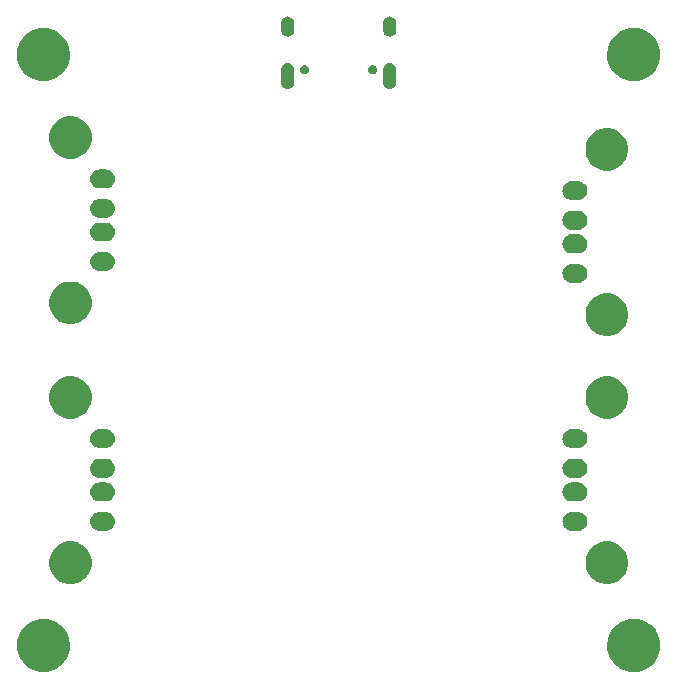
<source format=gbs>
G04 #@! TF.GenerationSoftware,KiCad,Pcbnew,(5.0.2)-1*
G04 #@! TF.CreationDate,2019-03-25T02:21:11-07:00*
G04 #@! TF.ProjectId,Orion,4f72696f-6e2e-46b6-9963-61645f706362,rev?*
G04 #@! TF.SameCoordinates,Original*
G04 #@! TF.FileFunction,Soldermask,Bot*
G04 #@! TF.FilePolarity,Negative*
%FSLAX46Y46*%
G04 Gerber Fmt 4.6, Leading zero omitted, Abs format (unit mm)*
G04 Created by KiCad (PCBNEW (5.0.2)-1) date 3/25/2019 2:21:11 AM*
%MOMM*%
%LPD*%
G01*
G04 APERTURE LIST*
%ADD10C,0.100000*%
G04 APERTURE END LIST*
D10*
G36*
X105308445Y-92766254D02*
X105656593Y-92835504D01*
X106066249Y-93005189D01*
X106434929Y-93251534D01*
X106748466Y-93565071D01*
X106994811Y-93933751D01*
X107164496Y-94343407D01*
X107215336Y-94599000D01*
X107251000Y-94778294D01*
X107251000Y-95221706D01*
X107233746Y-95308445D01*
X107164496Y-95656593D01*
X106994811Y-96066249D01*
X106748466Y-96434929D01*
X106434929Y-96748466D01*
X106066249Y-96994811D01*
X105656593Y-97164496D01*
X105308445Y-97233746D01*
X105221706Y-97251000D01*
X104778294Y-97251000D01*
X104691555Y-97233746D01*
X104343407Y-97164496D01*
X103933751Y-96994811D01*
X103565071Y-96748466D01*
X103251534Y-96434929D01*
X103005189Y-96066249D01*
X102835504Y-95656593D01*
X102766254Y-95308445D01*
X102749000Y-95221706D01*
X102749000Y-94778294D01*
X102784664Y-94599000D01*
X102835504Y-94343407D01*
X103005189Y-93933751D01*
X103251534Y-93565071D01*
X103565071Y-93251534D01*
X103933751Y-93005189D01*
X104343407Y-92835504D01*
X104691555Y-92766254D01*
X104778294Y-92749000D01*
X105221706Y-92749000D01*
X105308445Y-92766254D01*
X105308445Y-92766254D01*
G37*
G36*
X55308445Y-92766254D02*
X55656593Y-92835504D01*
X56066249Y-93005189D01*
X56434929Y-93251534D01*
X56748466Y-93565071D01*
X56994811Y-93933751D01*
X57164496Y-94343407D01*
X57215336Y-94599000D01*
X57251000Y-94778294D01*
X57251000Y-95221706D01*
X57233746Y-95308445D01*
X57164496Y-95656593D01*
X56994811Y-96066249D01*
X56748466Y-96434929D01*
X56434929Y-96748466D01*
X56066249Y-96994811D01*
X55656593Y-97164496D01*
X55308445Y-97233746D01*
X55221706Y-97251000D01*
X54778294Y-97251000D01*
X54691555Y-97233746D01*
X54343407Y-97164496D01*
X53933751Y-96994811D01*
X53565071Y-96748466D01*
X53251534Y-96434929D01*
X53005189Y-96066249D01*
X52835504Y-95656593D01*
X52766254Y-95308445D01*
X52749000Y-95221706D01*
X52749000Y-94778294D01*
X52784664Y-94599000D01*
X52835504Y-94343407D01*
X53005189Y-93933751D01*
X53251534Y-93565071D01*
X53565071Y-93251534D01*
X53933751Y-93005189D01*
X54343407Y-92835504D01*
X54691555Y-92766254D01*
X54778294Y-92749000D01*
X55221706Y-92749000D01*
X55308445Y-92766254D01*
X55308445Y-92766254D01*
G37*
G36*
X103235331Y-86268211D02*
X103563092Y-86403974D01*
X103858073Y-86601074D01*
X104108926Y-86851927D01*
X104306026Y-87146908D01*
X104441789Y-87474669D01*
X104511000Y-87822616D01*
X104511000Y-88177384D01*
X104441789Y-88525331D01*
X104306026Y-88853092D01*
X104108926Y-89148073D01*
X103858073Y-89398926D01*
X103563092Y-89596026D01*
X103235331Y-89731789D01*
X102887384Y-89801000D01*
X102532616Y-89801000D01*
X102184669Y-89731789D01*
X101856908Y-89596026D01*
X101561927Y-89398926D01*
X101311074Y-89148073D01*
X101113974Y-88853092D01*
X100978211Y-88525331D01*
X100909000Y-88177384D01*
X100909000Y-87822616D01*
X100978211Y-87474669D01*
X101113974Y-87146908D01*
X101311074Y-86851927D01*
X101561927Y-86601074D01*
X101856908Y-86403974D01*
X102184669Y-86268211D01*
X102532616Y-86199000D01*
X102887384Y-86199000D01*
X103235331Y-86268211D01*
X103235331Y-86268211D01*
G37*
G36*
X57815331Y-86268211D02*
X58143092Y-86403974D01*
X58438073Y-86601074D01*
X58688926Y-86851927D01*
X58886026Y-87146908D01*
X59021789Y-87474669D01*
X59091000Y-87822616D01*
X59091000Y-88177384D01*
X59021789Y-88525331D01*
X58886026Y-88853092D01*
X58688926Y-89148073D01*
X58438073Y-89398926D01*
X58143092Y-89596026D01*
X57815331Y-89731789D01*
X57467384Y-89801000D01*
X57112616Y-89801000D01*
X56764669Y-89731789D01*
X56436908Y-89596026D01*
X56141927Y-89398926D01*
X55891074Y-89148073D01*
X55693974Y-88853092D01*
X55558211Y-88525331D01*
X55489000Y-88177384D01*
X55489000Y-87822616D01*
X55558211Y-87474669D01*
X55693974Y-87146908D01*
X55891074Y-86851927D01*
X56141927Y-86601074D01*
X56436908Y-86403974D01*
X56764669Y-86268211D01*
X57112616Y-86199000D01*
X57467384Y-86199000D01*
X57815331Y-86268211D01*
X57815331Y-86268211D01*
G37*
G36*
X60407025Y-83710590D02*
X60558012Y-83756392D01*
X60697165Y-83830770D01*
X60819133Y-83930867D01*
X60919230Y-84052835D01*
X60993608Y-84191988D01*
X61039410Y-84342975D01*
X61054875Y-84500000D01*
X61039410Y-84657025D01*
X60993608Y-84808012D01*
X60919230Y-84947165D01*
X60819133Y-85069133D01*
X60697165Y-85169230D01*
X60558012Y-85243608D01*
X60407025Y-85289410D01*
X60289346Y-85301000D01*
X59710654Y-85301000D01*
X59592975Y-85289410D01*
X59441988Y-85243608D01*
X59302835Y-85169230D01*
X59180867Y-85069133D01*
X59080770Y-84947165D01*
X59006392Y-84808012D01*
X58960590Y-84657025D01*
X58945125Y-84500000D01*
X58960590Y-84342975D01*
X59006392Y-84191988D01*
X59080770Y-84052835D01*
X59180867Y-83930867D01*
X59302835Y-83830770D01*
X59441988Y-83756392D01*
X59592975Y-83710590D01*
X59710654Y-83699000D01*
X60289346Y-83699000D01*
X60407025Y-83710590D01*
X60407025Y-83710590D01*
G37*
G36*
X100407025Y-83710590D02*
X100558012Y-83756392D01*
X100697165Y-83830770D01*
X100819133Y-83930867D01*
X100919230Y-84052835D01*
X100993608Y-84191988D01*
X101039410Y-84342975D01*
X101054875Y-84500000D01*
X101039410Y-84657025D01*
X100993608Y-84808012D01*
X100919230Y-84947165D01*
X100819133Y-85069133D01*
X100697165Y-85169230D01*
X100558012Y-85243608D01*
X100407025Y-85289410D01*
X100289346Y-85301000D01*
X99710654Y-85301000D01*
X99592975Y-85289410D01*
X99441988Y-85243608D01*
X99302835Y-85169230D01*
X99180867Y-85069133D01*
X99080770Y-84947165D01*
X99006392Y-84808012D01*
X98960590Y-84657025D01*
X98945125Y-84500000D01*
X98960590Y-84342975D01*
X99006392Y-84191988D01*
X99080770Y-84052835D01*
X99180867Y-83930867D01*
X99302835Y-83830770D01*
X99441988Y-83756392D01*
X99592975Y-83710590D01*
X99710654Y-83699000D01*
X100289346Y-83699000D01*
X100407025Y-83710590D01*
X100407025Y-83710590D01*
G37*
G36*
X100407025Y-81210590D02*
X100558012Y-81256392D01*
X100697165Y-81330770D01*
X100819133Y-81430867D01*
X100919230Y-81552835D01*
X100993608Y-81691988D01*
X101039410Y-81842975D01*
X101054875Y-82000000D01*
X101039410Y-82157025D01*
X100993608Y-82308012D01*
X100919230Y-82447165D01*
X100819133Y-82569133D01*
X100697165Y-82669230D01*
X100558012Y-82743608D01*
X100407025Y-82789410D01*
X100289346Y-82801000D01*
X99710654Y-82801000D01*
X99592975Y-82789410D01*
X99441988Y-82743608D01*
X99302835Y-82669230D01*
X99180867Y-82569133D01*
X99080770Y-82447165D01*
X99006392Y-82308012D01*
X98960590Y-82157025D01*
X98945125Y-82000000D01*
X98960590Y-81842975D01*
X99006392Y-81691988D01*
X99080770Y-81552835D01*
X99180867Y-81430867D01*
X99302835Y-81330770D01*
X99441988Y-81256392D01*
X99592975Y-81210590D01*
X99710654Y-81199000D01*
X100289346Y-81199000D01*
X100407025Y-81210590D01*
X100407025Y-81210590D01*
G37*
G36*
X60407025Y-81210590D02*
X60558012Y-81256392D01*
X60697165Y-81330770D01*
X60819133Y-81430867D01*
X60919230Y-81552835D01*
X60993608Y-81691988D01*
X61039410Y-81842975D01*
X61054875Y-82000000D01*
X61039410Y-82157025D01*
X60993608Y-82308012D01*
X60919230Y-82447165D01*
X60819133Y-82569133D01*
X60697165Y-82669230D01*
X60558012Y-82743608D01*
X60407025Y-82789410D01*
X60289346Y-82801000D01*
X59710654Y-82801000D01*
X59592975Y-82789410D01*
X59441988Y-82743608D01*
X59302835Y-82669230D01*
X59180867Y-82569133D01*
X59080770Y-82447165D01*
X59006392Y-82308012D01*
X58960590Y-82157025D01*
X58945125Y-82000000D01*
X58960590Y-81842975D01*
X59006392Y-81691988D01*
X59080770Y-81552835D01*
X59180867Y-81430867D01*
X59302835Y-81330770D01*
X59441988Y-81256392D01*
X59592975Y-81210590D01*
X59710654Y-81199000D01*
X60289346Y-81199000D01*
X60407025Y-81210590D01*
X60407025Y-81210590D01*
G37*
G36*
X100407025Y-79210590D02*
X100558012Y-79256392D01*
X100697165Y-79330770D01*
X100819133Y-79430867D01*
X100919230Y-79552835D01*
X100993608Y-79691988D01*
X101039410Y-79842975D01*
X101054875Y-80000000D01*
X101039410Y-80157025D01*
X100993608Y-80308012D01*
X100919230Y-80447165D01*
X100819133Y-80569133D01*
X100697165Y-80669230D01*
X100558012Y-80743608D01*
X100407025Y-80789410D01*
X100289346Y-80801000D01*
X99710654Y-80801000D01*
X99592975Y-80789410D01*
X99441988Y-80743608D01*
X99302835Y-80669230D01*
X99180867Y-80569133D01*
X99080770Y-80447165D01*
X99006392Y-80308012D01*
X98960590Y-80157025D01*
X98945125Y-80000000D01*
X98960590Y-79842975D01*
X99006392Y-79691988D01*
X99080770Y-79552835D01*
X99180867Y-79430867D01*
X99302835Y-79330770D01*
X99441988Y-79256392D01*
X99592975Y-79210590D01*
X99710654Y-79199000D01*
X100289346Y-79199000D01*
X100407025Y-79210590D01*
X100407025Y-79210590D01*
G37*
G36*
X60407025Y-79210590D02*
X60558012Y-79256392D01*
X60697165Y-79330770D01*
X60819133Y-79430867D01*
X60919230Y-79552835D01*
X60993608Y-79691988D01*
X61039410Y-79842975D01*
X61054875Y-80000000D01*
X61039410Y-80157025D01*
X60993608Y-80308012D01*
X60919230Y-80447165D01*
X60819133Y-80569133D01*
X60697165Y-80669230D01*
X60558012Y-80743608D01*
X60407025Y-80789410D01*
X60289346Y-80801000D01*
X59710654Y-80801000D01*
X59592975Y-80789410D01*
X59441988Y-80743608D01*
X59302835Y-80669230D01*
X59180867Y-80569133D01*
X59080770Y-80447165D01*
X59006392Y-80308012D01*
X58960590Y-80157025D01*
X58945125Y-80000000D01*
X58960590Y-79842975D01*
X59006392Y-79691988D01*
X59080770Y-79552835D01*
X59180867Y-79430867D01*
X59302835Y-79330770D01*
X59441988Y-79256392D01*
X59592975Y-79210590D01*
X59710654Y-79199000D01*
X60289346Y-79199000D01*
X60407025Y-79210590D01*
X60407025Y-79210590D01*
G37*
G36*
X60407025Y-76710590D02*
X60558012Y-76756392D01*
X60697165Y-76830770D01*
X60819133Y-76930867D01*
X60919230Y-77052835D01*
X60993608Y-77191988D01*
X61039410Y-77342975D01*
X61054875Y-77500000D01*
X61039410Y-77657025D01*
X60993608Y-77808012D01*
X60919230Y-77947165D01*
X60819133Y-78069133D01*
X60697165Y-78169230D01*
X60558012Y-78243608D01*
X60407025Y-78289410D01*
X60289346Y-78301000D01*
X59710654Y-78301000D01*
X59592975Y-78289410D01*
X59441988Y-78243608D01*
X59302835Y-78169230D01*
X59180867Y-78069133D01*
X59080770Y-77947165D01*
X59006392Y-77808012D01*
X58960590Y-77657025D01*
X58945125Y-77500000D01*
X58960590Y-77342975D01*
X59006392Y-77191988D01*
X59080770Y-77052835D01*
X59180867Y-76930867D01*
X59302835Y-76830770D01*
X59441988Y-76756392D01*
X59592975Y-76710590D01*
X59710654Y-76699000D01*
X60289346Y-76699000D01*
X60407025Y-76710590D01*
X60407025Y-76710590D01*
G37*
G36*
X100407025Y-76710590D02*
X100558012Y-76756392D01*
X100697165Y-76830770D01*
X100819133Y-76930867D01*
X100919230Y-77052835D01*
X100993608Y-77191988D01*
X101039410Y-77342975D01*
X101054875Y-77500000D01*
X101039410Y-77657025D01*
X100993608Y-77808012D01*
X100919230Y-77947165D01*
X100819133Y-78069133D01*
X100697165Y-78169230D01*
X100558012Y-78243608D01*
X100407025Y-78289410D01*
X100289346Y-78301000D01*
X99710654Y-78301000D01*
X99592975Y-78289410D01*
X99441988Y-78243608D01*
X99302835Y-78169230D01*
X99180867Y-78069133D01*
X99080770Y-77947165D01*
X99006392Y-77808012D01*
X98960590Y-77657025D01*
X98945125Y-77500000D01*
X98960590Y-77342975D01*
X99006392Y-77191988D01*
X99080770Y-77052835D01*
X99180867Y-76930867D01*
X99302835Y-76830770D01*
X99441988Y-76756392D01*
X99592975Y-76710590D01*
X99710654Y-76699000D01*
X100289346Y-76699000D01*
X100407025Y-76710590D01*
X100407025Y-76710590D01*
G37*
G36*
X103235331Y-72268211D02*
X103563092Y-72403974D01*
X103858073Y-72601074D01*
X104108926Y-72851927D01*
X104306026Y-73146908D01*
X104441789Y-73474669D01*
X104511000Y-73822616D01*
X104511000Y-74177384D01*
X104441789Y-74525331D01*
X104306026Y-74853092D01*
X104108926Y-75148073D01*
X103858073Y-75398926D01*
X103563092Y-75596026D01*
X103235331Y-75731789D01*
X102887384Y-75801000D01*
X102532616Y-75801000D01*
X102184669Y-75731789D01*
X101856908Y-75596026D01*
X101561927Y-75398926D01*
X101311074Y-75148073D01*
X101113974Y-74853092D01*
X100978211Y-74525331D01*
X100909000Y-74177384D01*
X100909000Y-73822616D01*
X100978211Y-73474669D01*
X101113974Y-73146908D01*
X101311074Y-72851927D01*
X101561927Y-72601074D01*
X101856908Y-72403974D01*
X102184669Y-72268211D01*
X102532616Y-72199000D01*
X102887384Y-72199000D01*
X103235331Y-72268211D01*
X103235331Y-72268211D01*
G37*
G36*
X57815331Y-72268211D02*
X58143092Y-72403974D01*
X58438073Y-72601074D01*
X58688926Y-72851927D01*
X58886026Y-73146908D01*
X59021789Y-73474669D01*
X59091000Y-73822616D01*
X59091000Y-74177384D01*
X59021789Y-74525331D01*
X58886026Y-74853092D01*
X58688926Y-75148073D01*
X58438073Y-75398926D01*
X58143092Y-75596026D01*
X57815331Y-75731789D01*
X57467384Y-75801000D01*
X57112616Y-75801000D01*
X56764669Y-75731789D01*
X56436908Y-75596026D01*
X56141927Y-75398926D01*
X55891074Y-75148073D01*
X55693974Y-74853092D01*
X55558211Y-74525331D01*
X55489000Y-74177384D01*
X55489000Y-73822616D01*
X55558211Y-73474669D01*
X55693974Y-73146908D01*
X55891074Y-72851927D01*
X56141927Y-72601074D01*
X56436908Y-72403974D01*
X56764669Y-72268211D01*
X57112616Y-72199000D01*
X57467384Y-72199000D01*
X57815331Y-72268211D01*
X57815331Y-72268211D01*
G37*
G36*
X103235331Y-65268211D02*
X103563092Y-65403974D01*
X103858073Y-65601074D01*
X104108926Y-65851927D01*
X104306026Y-66146908D01*
X104441789Y-66474669D01*
X104511000Y-66822616D01*
X104511000Y-67177384D01*
X104441789Y-67525331D01*
X104306026Y-67853092D01*
X104108926Y-68148073D01*
X103858073Y-68398926D01*
X103563092Y-68596026D01*
X103235331Y-68731789D01*
X102887384Y-68801000D01*
X102532616Y-68801000D01*
X102184669Y-68731789D01*
X101856908Y-68596026D01*
X101561927Y-68398926D01*
X101311074Y-68148073D01*
X101113974Y-67853092D01*
X100978211Y-67525331D01*
X100909000Y-67177384D01*
X100909000Y-66822616D01*
X100978211Y-66474669D01*
X101113974Y-66146908D01*
X101311074Y-65851927D01*
X101561927Y-65601074D01*
X101856908Y-65403974D01*
X102184669Y-65268211D01*
X102532616Y-65199000D01*
X102887384Y-65199000D01*
X103235331Y-65268211D01*
X103235331Y-65268211D01*
G37*
G36*
X57815331Y-64268211D02*
X58143092Y-64403974D01*
X58438073Y-64601074D01*
X58688926Y-64851927D01*
X58886026Y-65146908D01*
X59021789Y-65474669D01*
X59091000Y-65822616D01*
X59091000Y-66177384D01*
X59021789Y-66525331D01*
X58886026Y-66853092D01*
X58688926Y-67148073D01*
X58438073Y-67398926D01*
X58143092Y-67596026D01*
X57815331Y-67731789D01*
X57467384Y-67801000D01*
X57112616Y-67801000D01*
X56764669Y-67731789D01*
X56436908Y-67596026D01*
X56141927Y-67398926D01*
X55891074Y-67148073D01*
X55693974Y-66853092D01*
X55558211Y-66525331D01*
X55489000Y-66177384D01*
X55489000Y-65822616D01*
X55558211Y-65474669D01*
X55693974Y-65146908D01*
X55891074Y-64851927D01*
X56141927Y-64601074D01*
X56436908Y-64403974D01*
X56764669Y-64268211D01*
X57112616Y-64199000D01*
X57467384Y-64199000D01*
X57815331Y-64268211D01*
X57815331Y-64268211D01*
G37*
G36*
X100407025Y-62710590D02*
X100558012Y-62756392D01*
X100697165Y-62830770D01*
X100819133Y-62930867D01*
X100919230Y-63052835D01*
X100993608Y-63191988D01*
X101039410Y-63342975D01*
X101054875Y-63500000D01*
X101039410Y-63657025D01*
X100993608Y-63808012D01*
X100919230Y-63947165D01*
X100819133Y-64069133D01*
X100697165Y-64169230D01*
X100558012Y-64243608D01*
X100407025Y-64289410D01*
X100289346Y-64301000D01*
X99710654Y-64301000D01*
X99592975Y-64289410D01*
X99441988Y-64243608D01*
X99302835Y-64169230D01*
X99180867Y-64069133D01*
X99080770Y-63947165D01*
X99006392Y-63808012D01*
X98960590Y-63657025D01*
X98945125Y-63500000D01*
X98960590Y-63342975D01*
X99006392Y-63191988D01*
X99080770Y-63052835D01*
X99180867Y-62930867D01*
X99302835Y-62830770D01*
X99441988Y-62756392D01*
X99592975Y-62710590D01*
X99710654Y-62699000D01*
X100289346Y-62699000D01*
X100407025Y-62710590D01*
X100407025Y-62710590D01*
G37*
G36*
X60407025Y-61710590D02*
X60558012Y-61756392D01*
X60697165Y-61830770D01*
X60819133Y-61930867D01*
X60919230Y-62052835D01*
X60993608Y-62191988D01*
X61039410Y-62342975D01*
X61054875Y-62500000D01*
X61039410Y-62657025D01*
X60993608Y-62808012D01*
X60919230Y-62947165D01*
X60819133Y-63069133D01*
X60697165Y-63169230D01*
X60558012Y-63243608D01*
X60407025Y-63289410D01*
X60289346Y-63301000D01*
X59710654Y-63301000D01*
X59592975Y-63289410D01*
X59441988Y-63243608D01*
X59302835Y-63169230D01*
X59180867Y-63069133D01*
X59080770Y-62947165D01*
X59006392Y-62808012D01*
X58960590Y-62657025D01*
X58945125Y-62500000D01*
X58960590Y-62342975D01*
X59006392Y-62191988D01*
X59080770Y-62052835D01*
X59180867Y-61930867D01*
X59302835Y-61830770D01*
X59441988Y-61756392D01*
X59592975Y-61710590D01*
X59710654Y-61699000D01*
X60289346Y-61699000D01*
X60407025Y-61710590D01*
X60407025Y-61710590D01*
G37*
G36*
X100407025Y-60210590D02*
X100558012Y-60256392D01*
X100697165Y-60330770D01*
X100819133Y-60430867D01*
X100919230Y-60552835D01*
X100993608Y-60691988D01*
X101039410Y-60842975D01*
X101054875Y-61000000D01*
X101039410Y-61157025D01*
X100993608Y-61308012D01*
X100919230Y-61447165D01*
X100819133Y-61569133D01*
X100697165Y-61669230D01*
X100558012Y-61743608D01*
X100407025Y-61789410D01*
X100289346Y-61801000D01*
X99710654Y-61801000D01*
X99592975Y-61789410D01*
X99441988Y-61743608D01*
X99302835Y-61669230D01*
X99180867Y-61569133D01*
X99080770Y-61447165D01*
X99006392Y-61308012D01*
X98960590Y-61157025D01*
X98945125Y-61000000D01*
X98960590Y-60842975D01*
X99006392Y-60691988D01*
X99080770Y-60552835D01*
X99180867Y-60430867D01*
X99302835Y-60330770D01*
X99441988Y-60256392D01*
X99592975Y-60210590D01*
X99710654Y-60199000D01*
X100289346Y-60199000D01*
X100407025Y-60210590D01*
X100407025Y-60210590D01*
G37*
G36*
X60407025Y-59210590D02*
X60558012Y-59256392D01*
X60697165Y-59330770D01*
X60819133Y-59430867D01*
X60919230Y-59552835D01*
X60993608Y-59691988D01*
X61039410Y-59842975D01*
X61054875Y-60000000D01*
X61039410Y-60157025D01*
X60993608Y-60308012D01*
X60919230Y-60447165D01*
X60819133Y-60569133D01*
X60697165Y-60669230D01*
X60558012Y-60743608D01*
X60407025Y-60789410D01*
X60289346Y-60801000D01*
X59710654Y-60801000D01*
X59592975Y-60789410D01*
X59441988Y-60743608D01*
X59302835Y-60669230D01*
X59180867Y-60569133D01*
X59080770Y-60447165D01*
X59006392Y-60308012D01*
X58960590Y-60157025D01*
X58945125Y-60000000D01*
X58960590Y-59842975D01*
X59006392Y-59691988D01*
X59080770Y-59552835D01*
X59180867Y-59430867D01*
X59302835Y-59330770D01*
X59441988Y-59256392D01*
X59592975Y-59210590D01*
X59710654Y-59199000D01*
X60289346Y-59199000D01*
X60407025Y-59210590D01*
X60407025Y-59210590D01*
G37*
G36*
X100407025Y-58210590D02*
X100558012Y-58256392D01*
X100697165Y-58330770D01*
X100819133Y-58430867D01*
X100919230Y-58552835D01*
X100993608Y-58691988D01*
X101039410Y-58842975D01*
X101054875Y-59000000D01*
X101039410Y-59157025D01*
X100993608Y-59308012D01*
X100919230Y-59447165D01*
X100819133Y-59569133D01*
X100697165Y-59669230D01*
X100558012Y-59743608D01*
X100407025Y-59789410D01*
X100289346Y-59801000D01*
X99710654Y-59801000D01*
X99592975Y-59789410D01*
X99441988Y-59743608D01*
X99302835Y-59669230D01*
X99180867Y-59569133D01*
X99080770Y-59447165D01*
X99006392Y-59308012D01*
X98960590Y-59157025D01*
X98945125Y-59000000D01*
X98960590Y-58842975D01*
X99006392Y-58691988D01*
X99080770Y-58552835D01*
X99180867Y-58430867D01*
X99302835Y-58330770D01*
X99441988Y-58256392D01*
X99592975Y-58210590D01*
X99710654Y-58199000D01*
X100289346Y-58199000D01*
X100407025Y-58210590D01*
X100407025Y-58210590D01*
G37*
G36*
X60407025Y-57210590D02*
X60558012Y-57256392D01*
X60697165Y-57330770D01*
X60819133Y-57430867D01*
X60919230Y-57552835D01*
X60993608Y-57691988D01*
X61039410Y-57842975D01*
X61054875Y-58000000D01*
X61039410Y-58157025D01*
X60993608Y-58308012D01*
X60919230Y-58447165D01*
X60819133Y-58569133D01*
X60697165Y-58669230D01*
X60558012Y-58743608D01*
X60407025Y-58789410D01*
X60289346Y-58801000D01*
X59710654Y-58801000D01*
X59592975Y-58789410D01*
X59441988Y-58743608D01*
X59302835Y-58669230D01*
X59180867Y-58569133D01*
X59080770Y-58447165D01*
X59006392Y-58308012D01*
X58960590Y-58157025D01*
X58945125Y-58000000D01*
X58960590Y-57842975D01*
X59006392Y-57691988D01*
X59080770Y-57552835D01*
X59180867Y-57430867D01*
X59302835Y-57330770D01*
X59441988Y-57256392D01*
X59592975Y-57210590D01*
X59710654Y-57199000D01*
X60289346Y-57199000D01*
X60407025Y-57210590D01*
X60407025Y-57210590D01*
G37*
G36*
X100407025Y-55710590D02*
X100558012Y-55756392D01*
X100697165Y-55830770D01*
X100819133Y-55930867D01*
X100919230Y-56052835D01*
X100993608Y-56191988D01*
X101039410Y-56342975D01*
X101054875Y-56500000D01*
X101039410Y-56657025D01*
X100993608Y-56808012D01*
X100919230Y-56947165D01*
X100819133Y-57069133D01*
X100697165Y-57169230D01*
X100558012Y-57243608D01*
X100407025Y-57289410D01*
X100289346Y-57301000D01*
X99710654Y-57301000D01*
X99592975Y-57289410D01*
X99441988Y-57243608D01*
X99302835Y-57169230D01*
X99180867Y-57069133D01*
X99080770Y-56947165D01*
X99006392Y-56808012D01*
X98960590Y-56657025D01*
X98945125Y-56500000D01*
X98960590Y-56342975D01*
X99006392Y-56191988D01*
X99080770Y-56052835D01*
X99180867Y-55930867D01*
X99302835Y-55830770D01*
X99441988Y-55756392D01*
X99592975Y-55710590D01*
X99710654Y-55699000D01*
X100289346Y-55699000D01*
X100407025Y-55710590D01*
X100407025Y-55710590D01*
G37*
G36*
X60407025Y-54710590D02*
X60558012Y-54756392D01*
X60697165Y-54830770D01*
X60819133Y-54930867D01*
X60919230Y-55052835D01*
X60993608Y-55191988D01*
X61039410Y-55342975D01*
X61054875Y-55500000D01*
X61039410Y-55657025D01*
X60993608Y-55808012D01*
X60919230Y-55947165D01*
X60819133Y-56069133D01*
X60697165Y-56169230D01*
X60558012Y-56243608D01*
X60407025Y-56289410D01*
X60289346Y-56301000D01*
X59710654Y-56301000D01*
X59592975Y-56289410D01*
X59441988Y-56243608D01*
X59302835Y-56169230D01*
X59180867Y-56069133D01*
X59080770Y-55947165D01*
X59006392Y-55808012D01*
X58960590Y-55657025D01*
X58945125Y-55500000D01*
X58960590Y-55342975D01*
X59006392Y-55191988D01*
X59080770Y-55052835D01*
X59180867Y-54930867D01*
X59302835Y-54830770D01*
X59441988Y-54756392D01*
X59592975Y-54710590D01*
X59710654Y-54699000D01*
X60289346Y-54699000D01*
X60407025Y-54710590D01*
X60407025Y-54710590D01*
G37*
G36*
X103235331Y-51268211D02*
X103563092Y-51403974D01*
X103858073Y-51601074D01*
X104108926Y-51851927D01*
X104306026Y-52146908D01*
X104441789Y-52474669D01*
X104511000Y-52822616D01*
X104511000Y-53177384D01*
X104441789Y-53525331D01*
X104306026Y-53853092D01*
X104108926Y-54148073D01*
X103858073Y-54398926D01*
X103563092Y-54596026D01*
X103235331Y-54731789D01*
X102887384Y-54801000D01*
X102532616Y-54801000D01*
X102184669Y-54731789D01*
X101856908Y-54596026D01*
X101561927Y-54398926D01*
X101311074Y-54148073D01*
X101113974Y-53853092D01*
X100978211Y-53525331D01*
X100909000Y-53177384D01*
X100909000Y-52822616D01*
X100978211Y-52474669D01*
X101113974Y-52146908D01*
X101311074Y-51851927D01*
X101561927Y-51601074D01*
X101856908Y-51403974D01*
X102184669Y-51268211D01*
X102532616Y-51199000D01*
X102887384Y-51199000D01*
X103235331Y-51268211D01*
X103235331Y-51268211D01*
G37*
G36*
X57815331Y-50268211D02*
X58143092Y-50403974D01*
X58438073Y-50601074D01*
X58688926Y-50851927D01*
X58886026Y-51146908D01*
X59021789Y-51474669D01*
X59091000Y-51822616D01*
X59091000Y-52177384D01*
X59021789Y-52525331D01*
X58886026Y-52853092D01*
X58688926Y-53148073D01*
X58438073Y-53398926D01*
X58143092Y-53596026D01*
X57815331Y-53731789D01*
X57467384Y-53801000D01*
X57112616Y-53801000D01*
X56764669Y-53731789D01*
X56436908Y-53596026D01*
X56141927Y-53398926D01*
X55891074Y-53148073D01*
X55693974Y-52853092D01*
X55558211Y-52525331D01*
X55489000Y-52177384D01*
X55489000Y-51822616D01*
X55558211Y-51474669D01*
X55693974Y-51146908D01*
X55891074Y-50851927D01*
X56141927Y-50601074D01*
X56436908Y-50403974D01*
X56764669Y-50268211D01*
X57112616Y-50199000D01*
X57467384Y-50199000D01*
X57815331Y-50268211D01*
X57815331Y-50268211D01*
G37*
G36*
X75788015Y-45686973D02*
X75891879Y-45718479D01*
X75987600Y-45769644D01*
X76071501Y-45838499D01*
X76140356Y-45922400D01*
X76191521Y-46018121D01*
X76223027Y-46121985D01*
X76231000Y-46202933D01*
X76231000Y-47357067D01*
X76223027Y-47438015D01*
X76191521Y-47541879D01*
X76140356Y-47637600D01*
X76071501Y-47721501D01*
X75987600Y-47790356D01*
X75891878Y-47841521D01*
X75788014Y-47873027D01*
X75680000Y-47883666D01*
X75571985Y-47873027D01*
X75468121Y-47841521D01*
X75372400Y-47790356D01*
X75288499Y-47721501D01*
X75219644Y-47637600D01*
X75168479Y-47541878D01*
X75136973Y-47438014D01*
X75129000Y-47357066D01*
X75129001Y-46202933D01*
X75136974Y-46121985D01*
X75168480Y-46018121D01*
X75219645Y-45922400D01*
X75288500Y-45838499D01*
X75372401Y-45769644D01*
X75468122Y-45718479D01*
X75571986Y-45686973D01*
X75680000Y-45676334D01*
X75788015Y-45686973D01*
X75788015Y-45686973D01*
G37*
G36*
X84428015Y-45686973D02*
X84531879Y-45718479D01*
X84627600Y-45769644D01*
X84711501Y-45838499D01*
X84780356Y-45922400D01*
X84831521Y-46018121D01*
X84863027Y-46121985D01*
X84871000Y-46202933D01*
X84871000Y-47357067D01*
X84863027Y-47438015D01*
X84831521Y-47541879D01*
X84780356Y-47637600D01*
X84711501Y-47721501D01*
X84627600Y-47790356D01*
X84531878Y-47841521D01*
X84428014Y-47873027D01*
X84320000Y-47883666D01*
X84211985Y-47873027D01*
X84108121Y-47841521D01*
X84012400Y-47790356D01*
X83928499Y-47721501D01*
X83859644Y-47637600D01*
X83808479Y-47541878D01*
X83776973Y-47438014D01*
X83769000Y-47357066D01*
X83769001Y-46202933D01*
X83776974Y-46121985D01*
X83808480Y-46018121D01*
X83859645Y-45922400D01*
X83928500Y-45838499D01*
X84012401Y-45769644D01*
X84108122Y-45718479D01*
X84211986Y-45686973D01*
X84320000Y-45676334D01*
X84428015Y-45686973D01*
X84428015Y-45686973D01*
G37*
G36*
X105308445Y-42766254D02*
X105656593Y-42835504D01*
X106066249Y-43005189D01*
X106434929Y-43251534D01*
X106748466Y-43565071D01*
X106994811Y-43933751D01*
X107164496Y-44343407D01*
X107215336Y-44599000D01*
X107251000Y-44778294D01*
X107251000Y-45221706D01*
X107233746Y-45308445D01*
X107164496Y-45656593D01*
X106994811Y-46066249D01*
X106748466Y-46434929D01*
X106434929Y-46748466D01*
X106066249Y-46994811D01*
X105656593Y-47164496D01*
X105308445Y-47233746D01*
X105221706Y-47251000D01*
X104778294Y-47251000D01*
X104691555Y-47233746D01*
X104343407Y-47164496D01*
X103933751Y-46994811D01*
X103565071Y-46748466D01*
X103251534Y-46434929D01*
X103005189Y-46066249D01*
X102835504Y-45656593D01*
X102766254Y-45308445D01*
X102749000Y-45221706D01*
X102749000Y-44778294D01*
X102784664Y-44599000D01*
X102835504Y-44343407D01*
X103005189Y-43933751D01*
X103251534Y-43565071D01*
X103565071Y-43251534D01*
X103933751Y-43005189D01*
X104343407Y-42835504D01*
X104691555Y-42766254D01*
X104778294Y-42749000D01*
X105221706Y-42749000D01*
X105308445Y-42766254D01*
X105308445Y-42766254D01*
G37*
G36*
X55308445Y-42766254D02*
X55656593Y-42835504D01*
X56066249Y-43005189D01*
X56434929Y-43251534D01*
X56748466Y-43565071D01*
X56994811Y-43933751D01*
X57164496Y-44343407D01*
X57215336Y-44599000D01*
X57251000Y-44778294D01*
X57251000Y-45221706D01*
X57233746Y-45308445D01*
X57164496Y-45656593D01*
X56994811Y-46066249D01*
X56748466Y-46434929D01*
X56434929Y-46748466D01*
X56066249Y-46994811D01*
X55656593Y-47164496D01*
X55308445Y-47233746D01*
X55221706Y-47251000D01*
X54778294Y-47251000D01*
X54691555Y-47233746D01*
X54343407Y-47164496D01*
X53933751Y-46994811D01*
X53565071Y-46748466D01*
X53251534Y-46434929D01*
X53005189Y-46066249D01*
X52835504Y-45656593D01*
X52766254Y-45308445D01*
X52749000Y-45221706D01*
X52749000Y-44778294D01*
X52784664Y-44599000D01*
X52835504Y-44343407D01*
X53005189Y-43933751D01*
X53251534Y-43565071D01*
X53565071Y-43251534D01*
X53933751Y-43005189D01*
X54343407Y-42835504D01*
X54691555Y-42766254D01*
X54778294Y-42749000D01*
X55221706Y-42749000D01*
X55308445Y-42766254D01*
X55308445Y-42766254D01*
G37*
G36*
X82999672Y-45888449D02*
X82999674Y-45888450D01*
X82999675Y-45888450D01*
X83068103Y-45916793D01*
X83129409Y-45957757D01*
X83129689Y-45957944D01*
X83182056Y-46010311D01*
X83182058Y-46010314D01*
X83223207Y-46071897D01*
X83251550Y-46140325D01*
X83266000Y-46212967D01*
X83266000Y-46287033D01*
X83251550Y-46359675D01*
X83223207Y-46428103D01*
X83201857Y-46460055D01*
X83182056Y-46489689D01*
X83129689Y-46542056D01*
X83129686Y-46542058D01*
X83068103Y-46583207D01*
X82999675Y-46611550D01*
X82999674Y-46611550D01*
X82999672Y-46611551D01*
X82927034Y-46626000D01*
X82852966Y-46626000D01*
X82780328Y-46611551D01*
X82780326Y-46611550D01*
X82780325Y-46611550D01*
X82711897Y-46583207D01*
X82650314Y-46542058D01*
X82650311Y-46542056D01*
X82597944Y-46489689D01*
X82578143Y-46460055D01*
X82556793Y-46428103D01*
X82528450Y-46359675D01*
X82514000Y-46287033D01*
X82514000Y-46212967D01*
X82528450Y-46140325D01*
X82556793Y-46071897D01*
X82597942Y-46010314D01*
X82597944Y-46010311D01*
X82650311Y-45957944D01*
X82650591Y-45957757D01*
X82711897Y-45916793D01*
X82780325Y-45888450D01*
X82780326Y-45888450D01*
X82780328Y-45888449D01*
X82852966Y-45874000D01*
X82927034Y-45874000D01*
X82999672Y-45888449D01*
X82999672Y-45888449D01*
G37*
G36*
X77219672Y-45888449D02*
X77219674Y-45888450D01*
X77219675Y-45888450D01*
X77288103Y-45916793D01*
X77349409Y-45957757D01*
X77349689Y-45957944D01*
X77402056Y-46010311D01*
X77402058Y-46010314D01*
X77443207Y-46071897D01*
X77471550Y-46140325D01*
X77486000Y-46212967D01*
X77486000Y-46287033D01*
X77471550Y-46359675D01*
X77443207Y-46428103D01*
X77421857Y-46460055D01*
X77402056Y-46489689D01*
X77349689Y-46542056D01*
X77349686Y-46542058D01*
X77288103Y-46583207D01*
X77219675Y-46611550D01*
X77219674Y-46611550D01*
X77219672Y-46611551D01*
X77147034Y-46626000D01*
X77072966Y-46626000D01*
X77000328Y-46611551D01*
X77000326Y-46611550D01*
X77000325Y-46611550D01*
X76931897Y-46583207D01*
X76870314Y-46542058D01*
X76870311Y-46542056D01*
X76817944Y-46489689D01*
X76798143Y-46460055D01*
X76776793Y-46428103D01*
X76748450Y-46359675D01*
X76734000Y-46287033D01*
X76734000Y-46212967D01*
X76748450Y-46140325D01*
X76776793Y-46071897D01*
X76817942Y-46010314D01*
X76817944Y-46010311D01*
X76870311Y-45957944D01*
X76870591Y-45957757D01*
X76931897Y-45916793D01*
X77000325Y-45888450D01*
X77000326Y-45888450D01*
X77000328Y-45888449D01*
X77072966Y-45874000D01*
X77147034Y-45874000D01*
X77219672Y-45888449D01*
X77219672Y-45888449D01*
G37*
G36*
X84428015Y-41756973D02*
X84531879Y-41788479D01*
X84627600Y-41839644D01*
X84711501Y-41908499D01*
X84780356Y-41992400D01*
X84831521Y-42088121D01*
X84863027Y-42191985D01*
X84871000Y-42272933D01*
X84871000Y-42927067D01*
X84863027Y-43008015D01*
X84831521Y-43111879D01*
X84780356Y-43207600D01*
X84711501Y-43291501D01*
X84627600Y-43360356D01*
X84531878Y-43411521D01*
X84428014Y-43443027D01*
X84320000Y-43453666D01*
X84211985Y-43443027D01*
X84108121Y-43411521D01*
X84012400Y-43360356D01*
X83928499Y-43291501D01*
X83859644Y-43207600D01*
X83808479Y-43111878D01*
X83776973Y-43008014D01*
X83769000Y-42927066D01*
X83769000Y-42272933D01*
X83776973Y-42191985D01*
X83808480Y-42088121D01*
X83859645Y-41992400D01*
X83928500Y-41908499D01*
X84012401Y-41839644D01*
X84108122Y-41788479D01*
X84211986Y-41756973D01*
X84320000Y-41746334D01*
X84428015Y-41756973D01*
X84428015Y-41756973D01*
G37*
G36*
X75788015Y-41756973D02*
X75891879Y-41788479D01*
X75987600Y-41839644D01*
X76071501Y-41908499D01*
X76140356Y-41992400D01*
X76191521Y-42088121D01*
X76223027Y-42191985D01*
X76231000Y-42272933D01*
X76231000Y-42927067D01*
X76223027Y-43008015D01*
X76191521Y-43111879D01*
X76140356Y-43207600D01*
X76071501Y-43291501D01*
X75987600Y-43360356D01*
X75891878Y-43411521D01*
X75788014Y-43443027D01*
X75680000Y-43453666D01*
X75571985Y-43443027D01*
X75468121Y-43411521D01*
X75372400Y-43360356D01*
X75288499Y-43291501D01*
X75219644Y-43207600D01*
X75168479Y-43111878D01*
X75136973Y-43008014D01*
X75129000Y-42927066D01*
X75129000Y-42272933D01*
X75136973Y-42191985D01*
X75168480Y-42088121D01*
X75219645Y-41992400D01*
X75288500Y-41908499D01*
X75372401Y-41839644D01*
X75468122Y-41788479D01*
X75571986Y-41756973D01*
X75680000Y-41746334D01*
X75788015Y-41756973D01*
X75788015Y-41756973D01*
G37*
M02*

</source>
